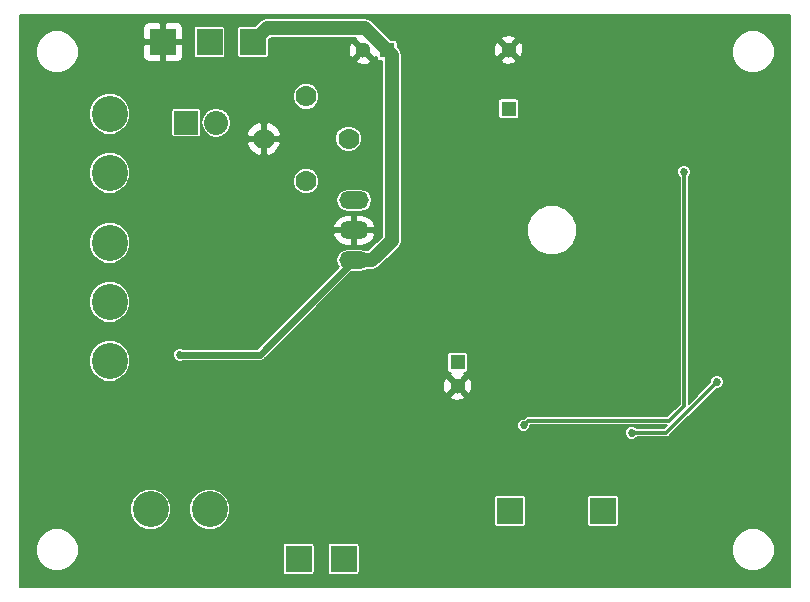
<source format=gbl>
G04 #@! TF.FileFunction,Copper,L2,Bot,Signal*
%FSLAX46Y46*%
G04 Gerber Fmt 4.6, Leading zero omitted, Abs format (unit mm)*
G04 Created by KiCad (PCBNEW 4.0.0-2.201512072331+6194~38~ubuntu14.04.1-stable) date Fri 01 Jul 2016 10:17:29 PM CEST*
%MOMM*%
G01*
G04 APERTURE LIST*
%ADD10C,0.100000*%
%ADD11C,0.685800*%
%ADD12C,1.778000*%
%ADD13R,2.235200X2.235200*%
%ADD14C,3.048000*%
%ADD15R,1.300000X1.300000*%
%ADD16C,1.300000*%
%ADD17R,2.032000X2.032000*%
%ADD18O,2.032000X2.032000*%
%ADD19O,2.499360X1.501140*%
%ADD20C,0.609600*%
%ADD21C,1.219200*%
%ADD22C,0.304800*%
%ADD23C,0.152400*%
G04 APERTURE END LIST*
D10*
D11*
X142240000Y-104140000D03*
X147320000Y-104140000D03*
X147320000Y-101600000D03*
D12*
X151093898Y-78232000D03*
X154686000Y-74639898D03*
X158278102Y-78232000D03*
X154686000Y-81824102D03*
D11*
X149860000Y-111760000D03*
X154940000Y-107950000D03*
X149860000Y-109220000D03*
X190373000Y-91440000D03*
X187960000Y-96520000D03*
X187960000Y-93980000D03*
X149860000Y-106299000D03*
X149860000Y-104140000D03*
X134620000Y-104140000D03*
X149860000Y-101600000D03*
X137160000Y-106680000D03*
X137160000Y-109220000D03*
X134620000Y-109220000D03*
D13*
X171958000Y-109728000D03*
D14*
X138049000Y-76113000D03*
X138049000Y-81113000D03*
D11*
X187960000Y-114300000D03*
X185420000Y-114300000D03*
X182880000Y-114300000D03*
X180340000Y-114300000D03*
X177800000Y-114300000D03*
X175260000Y-114300000D03*
X172720000Y-114300000D03*
X170180000Y-114300000D03*
X167640000Y-114300000D03*
X165100000Y-114300000D03*
X162560000Y-114300000D03*
X160020000Y-114300000D03*
X187960000Y-111760000D03*
X185420000Y-111760000D03*
X182880000Y-111760000D03*
X180340000Y-111760000D03*
X165100000Y-111760000D03*
X162560000Y-111760000D03*
X160020000Y-111760000D03*
X190500000Y-109220000D03*
X187960000Y-109220000D03*
X185420000Y-109220000D03*
X182880000Y-109220000D03*
X177800000Y-109220000D03*
X175260000Y-109220000D03*
X167640000Y-109220000D03*
X132080000Y-109220000D03*
X187960000Y-106680000D03*
X185420000Y-106680000D03*
X134620000Y-106680000D03*
X132080000Y-106680000D03*
X187960000Y-104140000D03*
X177800000Y-104140000D03*
X170180000Y-104140000D03*
X167640000Y-104140000D03*
X165100000Y-104140000D03*
X162560000Y-104140000D03*
X157480000Y-104140000D03*
X154940000Y-104140000D03*
X134620000Y-104140000D03*
X132080000Y-104140000D03*
X154940000Y-101600000D03*
X134620000Y-101600000D03*
X132080000Y-101600000D03*
X193040000Y-99060000D03*
X185420000Y-99060000D03*
X175260000Y-99060000D03*
X170180000Y-99060000D03*
X167640000Y-99060000D03*
X165100000Y-99060000D03*
X139700000Y-99060000D03*
X137160000Y-99060000D03*
X134620000Y-99060000D03*
X132080000Y-99060000D03*
X185420000Y-96520000D03*
X172720000Y-96520000D03*
X170180000Y-96520000D03*
X165100000Y-96520000D03*
X157480000Y-96520000D03*
X154940000Y-96520000D03*
X152400000Y-96520000D03*
X142240000Y-96520000D03*
X134620000Y-96520000D03*
X132080000Y-96520000D03*
X193040000Y-93980000D03*
X190500000Y-93980000D03*
X185420000Y-93980000D03*
X172720000Y-93980000D03*
X170180000Y-93980000D03*
X167640000Y-93980000D03*
X165100000Y-93980000D03*
X142240000Y-93980000D03*
X139700000Y-93980000D03*
X134620000Y-93980000D03*
X132080000Y-93980000D03*
X193040000Y-91440000D03*
X187960000Y-91440000D03*
X185420000Y-91440000D03*
X182880000Y-91440000D03*
X180340000Y-91440000D03*
X177800000Y-91440000D03*
X175260000Y-91440000D03*
X172720000Y-91440000D03*
X167640000Y-91440000D03*
X165100000Y-91440000D03*
X162560000Y-91440000D03*
X160020000Y-91440000D03*
X149860000Y-91440000D03*
X134620000Y-91440000D03*
X132080000Y-91440000D03*
X193040000Y-88900000D03*
X182880000Y-88900000D03*
X180340000Y-88900000D03*
X177800000Y-88900000D03*
X172720000Y-88900000D03*
X170180000Y-88900000D03*
X149860000Y-88900000D03*
X147320000Y-88900000D03*
X144780000Y-88900000D03*
X142240000Y-88900000D03*
X139700000Y-88900000D03*
X134620000Y-88900000D03*
X132080000Y-88900000D03*
X193040000Y-86360000D03*
X182880000Y-86360000D03*
X180340000Y-86360000D03*
X170180000Y-86360000D03*
X167640000Y-86360000D03*
X165100000Y-86360000D03*
X134620000Y-86360000D03*
X132080000Y-86360000D03*
X193040000Y-83820000D03*
X190500000Y-83820000D03*
X187960000Y-83820000D03*
X185420000Y-83820000D03*
X182880000Y-83820000D03*
X180340000Y-83820000D03*
X172720000Y-83820000D03*
X170180000Y-83820000D03*
X167640000Y-83820000D03*
X165100000Y-83820000D03*
X154940000Y-83820000D03*
X139700000Y-83820000D03*
X137160000Y-83820000D03*
X134620000Y-83820000D03*
X132080000Y-83820000D03*
X193040000Y-81280000D03*
X190500000Y-81280000D03*
X187960000Y-81280000D03*
X185420000Y-81280000D03*
X182880000Y-81280000D03*
X180340000Y-81280000D03*
X177800000Y-81280000D03*
X175260000Y-81280000D03*
X172720000Y-81280000D03*
X170180000Y-81280000D03*
X167640000Y-81280000D03*
X165100000Y-81280000D03*
X160020000Y-81280000D03*
X157480000Y-81280000D03*
X134620000Y-81280000D03*
X132080000Y-81280000D03*
X193040000Y-78740000D03*
X182880000Y-78740000D03*
X180340000Y-78740000D03*
X177800000Y-78740000D03*
X175260000Y-78740000D03*
X172720000Y-78740000D03*
X170180000Y-78740000D03*
X167640000Y-78740000D03*
X160020000Y-78740000D03*
X154940000Y-78740000D03*
X144780000Y-78740000D03*
X142240000Y-78740000D03*
X139700000Y-78740000D03*
X137160000Y-78740000D03*
X134620000Y-78740000D03*
X132080000Y-78740000D03*
X193040000Y-76200000D03*
X190500000Y-76200000D03*
X187960000Y-76200000D03*
X185420000Y-76200000D03*
X182880000Y-76200000D03*
X180340000Y-76200000D03*
X177800000Y-76200000D03*
X175260000Y-76200000D03*
X156591000Y-76200000D03*
X152400000Y-76200000D03*
X149860000Y-76200000D03*
X134620000Y-76200000D03*
X132080000Y-76200000D03*
X187960000Y-73660000D03*
X185420000Y-73660000D03*
X182880000Y-73660000D03*
X180340000Y-73660000D03*
X177800000Y-73660000D03*
X175260000Y-73660000D03*
X172720000Y-73660000D03*
X170180000Y-73660000D03*
X167640000Y-73660000D03*
X165100000Y-73660000D03*
X160020000Y-73660000D03*
X147320000Y-73660000D03*
X144780000Y-73660000D03*
X142240000Y-73660000D03*
X139700000Y-73660000D03*
X137160000Y-73660000D03*
X187960000Y-71120000D03*
X185420000Y-71120000D03*
X182880000Y-71120000D03*
X180340000Y-71120000D03*
X177800000Y-71120000D03*
X175260000Y-71120000D03*
X170180000Y-71120000D03*
X167640000Y-71120000D03*
X165100000Y-71120000D03*
X157480000Y-71120000D03*
X154940000Y-71120000D03*
X152400000Y-71120000D03*
X139700000Y-71120000D03*
X187960000Y-68580000D03*
X185420000Y-68580000D03*
X182880000Y-68580000D03*
X180340000Y-68580000D03*
X177800000Y-68580000D03*
X175260000Y-68580000D03*
X172720000Y-68580000D03*
X170180000Y-68580000D03*
X167640000Y-68580000D03*
X165100000Y-68580000D03*
X162560000Y-68580000D03*
X139700000Y-68580000D03*
X137160000Y-68580000D03*
D15*
X171831000Y-75692000D03*
D16*
X171831000Y-70692000D03*
D15*
X161544000Y-70739000D03*
D16*
X159544000Y-70739000D03*
D15*
X167513000Y-97155000D03*
D16*
X167513000Y-99155000D03*
D14*
X141518000Y-109601000D03*
X146518000Y-109601000D03*
D17*
X144526000Y-76860400D03*
D18*
X147066000Y-76860400D03*
D14*
X138049000Y-87035000D03*
X138049000Y-92035000D03*
X138049000Y-97035000D03*
D13*
X154051000Y-113792000D03*
X146507200Y-70053200D03*
X150164800Y-70053200D03*
X179832000Y-109728000D03*
X157861000Y-113792000D03*
X142595600Y-70053200D03*
D19*
X158750000Y-85979000D03*
X158750000Y-83439000D03*
X158750000Y-88519000D03*
D11*
X144018000Y-96520000D03*
X186690000Y-81026000D03*
X173101000Y-102489000D03*
X189484000Y-98806000D03*
X182245000Y-103124000D03*
D20*
X158750000Y-88519000D02*
X150749000Y-96520000D01*
X150749000Y-96520000D02*
X144018000Y-96520000D01*
D21*
X150164800Y-70053200D02*
X151384000Y-68834000D01*
X159639000Y-68834000D02*
X161544000Y-70739000D01*
X151384000Y-68834000D02*
X159639000Y-68834000D01*
X161544000Y-70739000D02*
X161925000Y-71120000D01*
X161925000Y-71120000D02*
X161925000Y-86868000D01*
X161925000Y-86868000D02*
X160274000Y-88519000D01*
X160274000Y-88519000D02*
X158750000Y-88519000D01*
D22*
X186690000Y-100838000D02*
X186690000Y-81026000D01*
X185420000Y-102108000D02*
X186690000Y-100838000D01*
X173482000Y-102108000D02*
X185420000Y-102108000D01*
X173101000Y-102489000D02*
X173482000Y-102108000D01*
X185166000Y-103124000D02*
X189484000Y-98806000D01*
X182245000Y-103124000D02*
X185166000Y-103124000D01*
D23*
G36*
X195657400Y-116155400D02*
X130478600Y-116155400D01*
X130478600Y-113392135D01*
X131775084Y-113392135D01*
X132052885Y-114064465D01*
X132566829Y-114579307D01*
X133238673Y-114858282D01*
X133966135Y-114858916D01*
X134638465Y-114581115D01*
X135153307Y-114067171D01*
X135432282Y-113395327D01*
X135432910Y-112674400D01*
X152700322Y-112674400D01*
X152700322Y-114909600D01*
X152716262Y-114994314D01*
X152766328Y-115072118D01*
X152842720Y-115124315D01*
X152933400Y-115142678D01*
X155168600Y-115142678D01*
X155253314Y-115126738D01*
X155331118Y-115076672D01*
X155383315Y-115000280D01*
X155401678Y-114909600D01*
X155401678Y-112674400D01*
X156510322Y-112674400D01*
X156510322Y-114909600D01*
X156526262Y-114994314D01*
X156576328Y-115072118D01*
X156652720Y-115124315D01*
X156743400Y-115142678D01*
X158978600Y-115142678D01*
X159063314Y-115126738D01*
X159141118Y-115076672D01*
X159193315Y-115000280D01*
X159211678Y-114909600D01*
X159211678Y-113392135D01*
X190703084Y-113392135D01*
X190980885Y-114064465D01*
X191494829Y-114579307D01*
X192166673Y-114858282D01*
X192894135Y-114858916D01*
X193566465Y-114581115D01*
X194081307Y-114067171D01*
X194360282Y-113395327D01*
X194360916Y-112667865D01*
X194083115Y-111995535D01*
X193569171Y-111480693D01*
X192897327Y-111201718D01*
X192169865Y-111201084D01*
X191497535Y-111478885D01*
X190982693Y-111992829D01*
X190703718Y-112664673D01*
X190703084Y-113392135D01*
X159211678Y-113392135D01*
X159211678Y-112674400D01*
X159195738Y-112589686D01*
X159145672Y-112511882D01*
X159069280Y-112459685D01*
X158978600Y-112441322D01*
X156743400Y-112441322D01*
X156658686Y-112457262D01*
X156580882Y-112507328D01*
X156528685Y-112583720D01*
X156510322Y-112674400D01*
X155401678Y-112674400D01*
X155385738Y-112589686D01*
X155335672Y-112511882D01*
X155259280Y-112459685D01*
X155168600Y-112441322D01*
X152933400Y-112441322D01*
X152848686Y-112457262D01*
X152770882Y-112507328D01*
X152718685Y-112583720D01*
X152700322Y-112674400D01*
X135432910Y-112674400D01*
X135432916Y-112667865D01*
X135155115Y-111995535D01*
X134641171Y-111480693D01*
X133969327Y-111201718D01*
X133241865Y-111201084D01*
X132569535Y-111478885D01*
X132054693Y-111992829D01*
X131775718Y-112664673D01*
X131775084Y-113392135D01*
X130478600Y-113392135D01*
X130478600Y-109948084D01*
X139765097Y-109948084D01*
X140031352Y-110592471D01*
X140523936Y-111085915D01*
X141167857Y-111353295D01*
X141865084Y-111353903D01*
X142509471Y-111087648D01*
X143002915Y-110595064D01*
X143270295Y-109951143D01*
X143270297Y-109948084D01*
X144765097Y-109948084D01*
X145031352Y-110592471D01*
X145523936Y-111085915D01*
X146167857Y-111353295D01*
X146865084Y-111353903D01*
X147509471Y-111087648D01*
X148002915Y-110595064D01*
X148270295Y-109951143D01*
X148270903Y-109253916D01*
X148005008Y-108610400D01*
X170607322Y-108610400D01*
X170607322Y-110845600D01*
X170623262Y-110930314D01*
X170673328Y-111008118D01*
X170749720Y-111060315D01*
X170840400Y-111078678D01*
X173075600Y-111078678D01*
X173160314Y-111062738D01*
X173238118Y-111012672D01*
X173290315Y-110936280D01*
X173308678Y-110845600D01*
X173308678Y-108610400D01*
X178481322Y-108610400D01*
X178481322Y-110845600D01*
X178497262Y-110930314D01*
X178547328Y-111008118D01*
X178623720Y-111060315D01*
X178714400Y-111078678D01*
X180949600Y-111078678D01*
X181034314Y-111062738D01*
X181112118Y-111012672D01*
X181164315Y-110936280D01*
X181182678Y-110845600D01*
X181182678Y-108610400D01*
X181166738Y-108525686D01*
X181116672Y-108447882D01*
X181040280Y-108395685D01*
X180949600Y-108377322D01*
X178714400Y-108377322D01*
X178629686Y-108393262D01*
X178551882Y-108443328D01*
X178499685Y-108519720D01*
X178481322Y-108610400D01*
X173308678Y-108610400D01*
X173292738Y-108525686D01*
X173242672Y-108447882D01*
X173166280Y-108395685D01*
X173075600Y-108377322D01*
X170840400Y-108377322D01*
X170755686Y-108393262D01*
X170677882Y-108443328D01*
X170625685Y-108519720D01*
X170607322Y-108610400D01*
X148005008Y-108610400D01*
X148004648Y-108609529D01*
X147512064Y-108116085D01*
X146868143Y-107848705D01*
X146170916Y-107848097D01*
X145526529Y-108114352D01*
X145033085Y-108606936D01*
X144765705Y-109250857D01*
X144765097Y-109948084D01*
X143270297Y-109948084D01*
X143270903Y-109253916D01*
X143004648Y-108609529D01*
X142512064Y-108116085D01*
X141868143Y-107848705D01*
X141170916Y-107848097D01*
X140526529Y-108114352D01*
X140033085Y-108606936D01*
X139765705Y-109250857D01*
X139765097Y-109948084D01*
X130478600Y-109948084D01*
X130478600Y-102602180D01*
X172529401Y-102602180D01*
X172616224Y-102812306D01*
X172776849Y-102973211D01*
X172986823Y-103060400D01*
X173214180Y-103060599D01*
X173424306Y-102973776D01*
X173585211Y-102813151D01*
X173672400Y-102603177D01*
X173672500Y-102489000D01*
X185262184Y-102489000D01*
X185008184Y-102743000D01*
X182672182Y-102743000D01*
X182569151Y-102639789D01*
X182359177Y-102552600D01*
X182131820Y-102552401D01*
X181921694Y-102639224D01*
X181760789Y-102799849D01*
X181673600Y-103009823D01*
X181673401Y-103237180D01*
X181760224Y-103447306D01*
X181920849Y-103608211D01*
X182130823Y-103695400D01*
X182358180Y-103695599D01*
X182568306Y-103608776D01*
X182672263Y-103505000D01*
X185166000Y-103505000D01*
X185311803Y-103475998D01*
X185435408Y-103393408D01*
X189451345Y-99377471D01*
X189597180Y-99377599D01*
X189807306Y-99290776D01*
X189968211Y-99130151D01*
X190055400Y-98920177D01*
X190055599Y-98692820D01*
X189968776Y-98482694D01*
X189808151Y-98321789D01*
X189598177Y-98234600D01*
X189370820Y-98234401D01*
X189160694Y-98321224D01*
X188999789Y-98481849D01*
X188912600Y-98691823D01*
X188912471Y-98838713D01*
X187071000Y-100680184D01*
X187071000Y-81453182D01*
X187174211Y-81350151D01*
X187261400Y-81140177D01*
X187261599Y-80912820D01*
X187174776Y-80702694D01*
X187014151Y-80541789D01*
X186804177Y-80454600D01*
X186576820Y-80454401D01*
X186366694Y-80541224D01*
X186205789Y-80701849D01*
X186118600Y-80911823D01*
X186118401Y-81139180D01*
X186205224Y-81349306D01*
X186309000Y-81453263D01*
X186309000Y-100680184D01*
X185262184Y-101727000D01*
X173482000Y-101727000D01*
X173336198Y-101756002D01*
X173212592Y-101838592D01*
X173212590Y-101838595D01*
X173133656Y-101917529D01*
X172987820Y-101917401D01*
X172777694Y-102004224D01*
X172616789Y-102164849D01*
X172529600Y-102374823D01*
X172529401Y-102602180D01*
X130478600Y-102602180D01*
X130478600Y-100057146D01*
X166862301Y-100057146D01*
X166924607Y-100267345D01*
X167395072Y-100407842D01*
X167883490Y-100357605D01*
X168101393Y-100267345D01*
X168163699Y-100057146D01*
X167513000Y-99406447D01*
X166862301Y-100057146D01*
X130478600Y-100057146D01*
X130478600Y-99037072D01*
X166260158Y-99037072D01*
X166310395Y-99525490D01*
X166400655Y-99743393D01*
X166610854Y-99805699D01*
X167261553Y-99155000D01*
X167764447Y-99155000D01*
X168415146Y-99805699D01*
X168625345Y-99743393D01*
X168765842Y-99272928D01*
X168715605Y-98784510D01*
X168625345Y-98566607D01*
X168415146Y-98504301D01*
X167764447Y-99155000D01*
X167261553Y-99155000D01*
X166610854Y-98504301D01*
X166400655Y-98566607D01*
X166260158Y-99037072D01*
X130478600Y-99037072D01*
X130478600Y-97382084D01*
X136296097Y-97382084D01*
X136562352Y-98026471D01*
X137054936Y-98519915D01*
X137698857Y-98787295D01*
X138396084Y-98787903D01*
X139040471Y-98521648D01*
X139533915Y-98029064D01*
X139801295Y-97385143D01*
X139801903Y-96687916D01*
X139779287Y-96633180D01*
X143446401Y-96633180D01*
X143533224Y-96843306D01*
X143693849Y-97004211D01*
X143903823Y-97091400D01*
X144131180Y-97091599D01*
X144223628Y-97053400D01*
X150749000Y-97053400D01*
X150953123Y-97012797D01*
X151126171Y-96897171D01*
X151518342Y-96505000D01*
X166629922Y-96505000D01*
X166629922Y-97805000D01*
X166645862Y-97889714D01*
X166695928Y-97967518D01*
X166772320Y-98019715D01*
X166863000Y-98038078D01*
X166935657Y-98038078D01*
X166924607Y-98042655D01*
X166862301Y-98252854D01*
X167513000Y-98903553D01*
X168163699Y-98252854D01*
X168101393Y-98042655D01*
X168086067Y-98038078D01*
X168163000Y-98038078D01*
X168247714Y-98022138D01*
X168325518Y-97972072D01*
X168377715Y-97895680D01*
X168396078Y-97805000D01*
X168396078Y-96505000D01*
X168380138Y-96420286D01*
X168330072Y-96342482D01*
X168253680Y-96290285D01*
X168163000Y-96271922D01*
X166863000Y-96271922D01*
X166778286Y-96287862D01*
X166700482Y-96337928D01*
X166648285Y-96414320D01*
X166629922Y-96505000D01*
X151518342Y-96505000D01*
X158525172Y-89498170D01*
X159278071Y-89498170D01*
X159652783Y-89423635D01*
X159752210Y-89357200D01*
X160274000Y-89357200D01*
X160594766Y-89293396D01*
X160866697Y-89111697D01*
X162517697Y-87460697D01*
X162699396Y-87188765D01*
X162763200Y-86868000D01*
X162763200Y-86400531D01*
X173385112Y-86400531D01*
X173708477Y-87183134D01*
X174306716Y-87782419D01*
X175088754Y-88107150D01*
X175935531Y-88107888D01*
X176718134Y-87784523D01*
X177317419Y-87186284D01*
X177642150Y-86404246D01*
X177642888Y-85557469D01*
X177319523Y-84774866D01*
X176721284Y-84175581D01*
X175939246Y-83850850D01*
X175092469Y-83850112D01*
X174309866Y-84173477D01*
X173710581Y-84771716D01*
X173385850Y-85553754D01*
X173385112Y-86400531D01*
X162763200Y-86400531D01*
X162763200Y-75042000D01*
X170947922Y-75042000D01*
X170947922Y-76342000D01*
X170963862Y-76426714D01*
X171013928Y-76504518D01*
X171090320Y-76556715D01*
X171181000Y-76575078D01*
X172481000Y-76575078D01*
X172565714Y-76559138D01*
X172643518Y-76509072D01*
X172695715Y-76432680D01*
X172714078Y-76342000D01*
X172714078Y-75042000D01*
X172698138Y-74957286D01*
X172648072Y-74879482D01*
X172571680Y-74827285D01*
X172481000Y-74808922D01*
X171181000Y-74808922D01*
X171096286Y-74824862D01*
X171018482Y-74874928D01*
X170966285Y-74951320D01*
X170947922Y-75042000D01*
X162763200Y-75042000D01*
X162763200Y-71594146D01*
X171180301Y-71594146D01*
X171242607Y-71804345D01*
X171713072Y-71944842D01*
X172201490Y-71894605D01*
X172419393Y-71804345D01*
X172481699Y-71594146D01*
X171831000Y-70943447D01*
X171180301Y-71594146D01*
X162763200Y-71594146D01*
X162763200Y-71120000D01*
X162737430Y-70990447D01*
X162699396Y-70799234D01*
X162548948Y-70574072D01*
X170578158Y-70574072D01*
X170628395Y-71062490D01*
X170718655Y-71280393D01*
X170928854Y-71342699D01*
X171579553Y-70692000D01*
X172082447Y-70692000D01*
X172733146Y-71342699D01*
X172943345Y-71280393D01*
X172958951Y-71228135D01*
X190703084Y-71228135D01*
X190980885Y-71900465D01*
X191494829Y-72415307D01*
X192166673Y-72694282D01*
X192894135Y-72694916D01*
X193566465Y-72417115D01*
X194081307Y-71903171D01*
X194360282Y-71231327D01*
X194360916Y-70503865D01*
X194083115Y-69831535D01*
X193569171Y-69316693D01*
X192897327Y-69037718D01*
X192169865Y-69037084D01*
X191497535Y-69314885D01*
X190982693Y-69828829D01*
X190703718Y-70500673D01*
X190703084Y-71228135D01*
X172958951Y-71228135D01*
X173083842Y-70809928D01*
X173033605Y-70321510D01*
X172943345Y-70103607D01*
X172733146Y-70041301D01*
X172082447Y-70692000D01*
X171579553Y-70692000D01*
X170928854Y-70041301D01*
X170718655Y-70103607D01*
X170578158Y-70574072D01*
X162548948Y-70574072D01*
X162517697Y-70527303D01*
X162427078Y-70436684D01*
X162427078Y-70089000D01*
X162411138Y-70004286D01*
X162361072Y-69926482D01*
X162284680Y-69874285D01*
X162194000Y-69855922D01*
X161846316Y-69855922D01*
X161780248Y-69789854D01*
X171180301Y-69789854D01*
X171831000Y-70440553D01*
X172481699Y-69789854D01*
X172419393Y-69579655D01*
X171948928Y-69439158D01*
X171460510Y-69489395D01*
X171242607Y-69579655D01*
X171180301Y-69789854D01*
X161780248Y-69789854D01*
X160231697Y-68241303D01*
X159959766Y-68059604D01*
X159639000Y-67995800D01*
X151384000Y-67995800D01*
X151063234Y-68059604D01*
X150791303Y-68241303D01*
X150330084Y-68702522D01*
X149047200Y-68702522D01*
X148962486Y-68718462D01*
X148884682Y-68768528D01*
X148832485Y-68844920D01*
X148814122Y-68935600D01*
X148814122Y-71170800D01*
X148830062Y-71255514D01*
X148880128Y-71333318D01*
X148956520Y-71385515D01*
X149047200Y-71403878D01*
X151282400Y-71403878D01*
X151367114Y-71387938D01*
X151444918Y-71337872D01*
X151497115Y-71261480D01*
X151515478Y-71170800D01*
X151515478Y-70621072D01*
X158291158Y-70621072D01*
X158341395Y-71109490D01*
X158431655Y-71327393D01*
X158641854Y-71389699D01*
X159292553Y-70739000D01*
X158641854Y-70088301D01*
X158431655Y-70150607D01*
X158291158Y-70621072D01*
X151515478Y-70621072D01*
X151515478Y-69887916D01*
X151731194Y-69672200D01*
X158942107Y-69672200D01*
X158893301Y-69836854D01*
X159544000Y-70487553D01*
X159558143Y-70473411D01*
X159809590Y-70724858D01*
X159795447Y-70739000D01*
X160446146Y-71389699D01*
X160656345Y-71327393D01*
X160660922Y-71312067D01*
X160660922Y-71389000D01*
X160676862Y-71473714D01*
X160726928Y-71551518D01*
X160803320Y-71603715D01*
X160894000Y-71622078D01*
X161086800Y-71622078D01*
X161086800Y-86520806D01*
X159926806Y-87680800D01*
X159752210Y-87680800D01*
X159652783Y-87614365D01*
X159278071Y-87539830D01*
X158221929Y-87539830D01*
X157847217Y-87614365D01*
X157529551Y-87826622D01*
X157317294Y-88144288D01*
X157242759Y-88519000D01*
X157317294Y-88893712D01*
X157438920Y-89075738D01*
X150528058Y-95986600D01*
X144223691Y-95986600D01*
X144132177Y-95948600D01*
X143904820Y-95948401D01*
X143694694Y-96035224D01*
X143533789Y-96195849D01*
X143446600Y-96405823D01*
X143446401Y-96633180D01*
X139779287Y-96633180D01*
X139535648Y-96043529D01*
X139043064Y-95550085D01*
X138399143Y-95282705D01*
X137701916Y-95282097D01*
X137057529Y-95548352D01*
X136564085Y-96040936D01*
X136296705Y-96684857D01*
X136296097Y-97382084D01*
X130478600Y-97382084D01*
X130478600Y-92382084D01*
X136296097Y-92382084D01*
X136562352Y-93026471D01*
X137054936Y-93519915D01*
X137698857Y-93787295D01*
X138396084Y-93787903D01*
X139040471Y-93521648D01*
X139533915Y-93029064D01*
X139801295Y-92385143D01*
X139801903Y-91687916D01*
X139535648Y-91043529D01*
X139043064Y-90550085D01*
X138399143Y-90282705D01*
X137701916Y-90282097D01*
X137057529Y-90548352D01*
X136564085Y-91040936D01*
X136296705Y-91684857D01*
X136296097Y-92382084D01*
X130478600Y-92382084D01*
X130478600Y-87382084D01*
X136296097Y-87382084D01*
X136562352Y-88026471D01*
X137054936Y-88519915D01*
X137698857Y-88787295D01*
X138396084Y-88787903D01*
X139040471Y-88521648D01*
X139533915Y-88029064D01*
X139801295Y-87385143D01*
X139801903Y-86687916D01*
X139667054Y-86361554D01*
X156972116Y-86361554D01*
X157181341Y-86797102D01*
X157575830Y-87144126D01*
X158073090Y-87313770D01*
X158572200Y-87313770D01*
X158572200Y-86156800D01*
X158927800Y-86156800D01*
X158927800Y-87313770D01*
X159426910Y-87313770D01*
X159924170Y-87144126D01*
X160318659Y-86797102D01*
X160527884Y-86361554D01*
X160424458Y-86156800D01*
X158927800Y-86156800D01*
X158572200Y-86156800D01*
X157075542Y-86156800D01*
X156972116Y-86361554D01*
X139667054Y-86361554D01*
X139535648Y-86043529D01*
X139089345Y-85596446D01*
X156972116Y-85596446D01*
X157075542Y-85801200D01*
X158572200Y-85801200D01*
X158572200Y-84644230D01*
X158927800Y-84644230D01*
X158927800Y-85801200D01*
X160424458Y-85801200D01*
X160527884Y-85596446D01*
X160318659Y-85160898D01*
X159924170Y-84813874D01*
X159426910Y-84644230D01*
X158927800Y-84644230D01*
X158572200Y-84644230D01*
X158073090Y-84644230D01*
X157575830Y-84813874D01*
X157181341Y-85160898D01*
X156972116Y-85596446D01*
X139089345Y-85596446D01*
X139043064Y-85550085D01*
X138399143Y-85282705D01*
X137701916Y-85282097D01*
X137057529Y-85548352D01*
X136564085Y-86040936D01*
X136296705Y-86684857D01*
X136296097Y-87382084D01*
X130478600Y-87382084D01*
X130478600Y-83439000D01*
X157242759Y-83439000D01*
X157317294Y-83813712D01*
X157529551Y-84131378D01*
X157847217Y-84343635D01*
X158221929Y-84418170D01*
X159278071Y-84418170D01*
X159652783Y-84343635D01*
X159970449Y-84131378D01*
X160182706Y-83813712D01*
X160257241Y-83439000D01*
X160182706Y-83064288D01*
X159970449Y-82746622D01*
X159652783Y-82534365D01*
X159278071Y-82459830D01*
X158221929Y-82459830D01*
X157847217Y-82534365D01*
X157529551Y-82746622D01*
X157317294Y-83064288D01*
X157242759Y-83439000D01*
X130478600Y-83439000D01*
X130478600Y-81460084D01*
X136296097Y-81460084D01*
X136562352Y-82104471D01*
X137054936Y-82597915D01*
X137698857Y-82865295D01*
X138396084Y-82865903D01*
X139040471Y-82599648D01*
X139533915Y-82107064D01*
X139559507Y-82045431D01*
X153568207Y-82045431D01*
X153737992Y-82456344D01*
X154052104Y-82771005D01*
X154462720Y-82941508D01*
X154907329Y-82941895D01*
X155318242Y-82772110D01*
X155632903Y-82457998D01*
X155803406Y-82047382D01*
X155803793Y-81602773D01*
X155634008Y-81191860D01*
X155319896Y-80877199D01*
X154909280Y-80706696D01*
X154464671Y-80706309D01*
X154053758Y-80876094D01*
X153739097Y-81190206D01*
X153568594Y-81600822D01*
X153568207Y-82045431D01*
X139559507Y-82045431D01*
X139801295Y-81463143D01*
X139801903Y-80765916D01*
X139535648Y-80121529D01*
X139043064Y-79628085D01*
X138399143Y-79360705D01*
X137701916Y-79360097D01*
X137057529Y-79626352D01*
X136564085Y-80118936D01*
X136296705Y-80762857D01*
X136296097Y-81460084D01*
X130478600Y-81460084D01*
X130478600Y-78640933D01*
X149648573Y-78640933D01*
X149915084Y-79162907D01*
X150361059Y-79543159D01*
X150684965Y-79677325D01*
X150916098Y-79576305D01*
X150916098Y-78409800D01*
X151271698Y-78409800D01*
X151271698Y-79576305D01*
X151502831Y-79677325D01*
X152024805Y-79410814D01*
X152405057Y-78964839D01*
X152539223Y-78640933D01*
X152457228Y-78453329D01*
X157160309Y-78453329D01*
X157330094Y-78864242D01*
X157644206Y-79178903D01*
X158054822Y-79349406D01*
X158499431Y-79349793D01*
X158910344Y-79180008D01*
X159225005Y-78865896D01*
X159395508Y-78455280D01*
X159395895Y-78010671D01*
X159226110Y-77599758D01*
X158911998Y-77285097D01*
X158501382Y-77114594D01*
X158056773Y-77114207D01*
X157645860Y-77283992D01*
X157331199Y-77598104D01*
X157160696Y-78008720D01*
X157160309Y-78453329D01*
X152457228Y-78453329D01*
X152438203Y-78409800D01*
X151271698Y-78409800D01*
X150916098Y-78409800D01*
X149749593Y-78409800D01*
X149648573Y-78640933D01*
X130478600Y-78640933D01*
X130478600Y-76460084D01*
X136296097Y-76460084D01*
X136562352Y-77104471D01*
X137054936Y-77597915D01*
X137698857Y-77865295D01*
X138396084Y-77865903D01*
X139040471Y-77599648D01*
X139533915Y-77107064D01*
X139801295Y-76463143D01*
X139801834Y-75844400D01*
X143276922Y-75844400D01*
X143276922Y-77876400D01*
X143292862Y-77961114D01*
X143342928Y-78038918D01*
X143419320Y-78091115D01*
X143510000Y-78109478D01*
X145542000Y-78109478D01*
X145626714Y-78093538D01*
X145704518Y-78043472D01*
X145756715Y-77967080D01*
X145775078Y-77876400D01*
X145775078Y-76836017D01*
X145821400Y-76836017D01*
X145821400Y-76884783D01*
X145916140Y-77361071D01*
X146185935Y-77764848D01*
X146589712Y-78034643D01*
X147066000Y-78129383D01*
X147542288Y-78034643D01*
X147858934Y-77823067D01*
X149648573Y-77823067D01*
X149749593Y-78054200D01*
X150916098Y-78054200D01*
X150916098Y-76887695D01*
X151271698Y-76887695D01*
X151271698Y-78054200D01*
X152438203Y-78054200D01*
X152539223Y-77823067D01*
X152272712Y-77301093D01*
X151826737Y-76920841D01*
X151502831Y-76786675D01*
X151271698Y-76887695D01*
X150916098Y-76887695D01*
X150684965Y-76786675D01*
X150162991Y-77053186D01*
X149782739Y-77499161D01*
X149648573Y-77823067D01*
X147858934Y-77823067D01*
X147946065Y-77764848D01*
X148215860Y-77361071D01*
X148310600Y-76884783D01*
X148310600Y-76836017D01*
X148215860Y-76359729D01*
X147946065Y-75955952D01*
X147542288Y-75686157D01*
X147066000Y-75591417D01*
X146589712Y-75686157D01*
X146185935Y-75955952D01*
X145916140Y-76359729D01*
X145821400Y-76836017D01*
X145775078Y-76836017D01*
X145775078Y-75844400D01*
X145759138Y-75759686D01*
X145709072Y-75681882D01*
X145632680Y-75629685D01*
X145542000Y-75611322D01*
X143510000Y-75611322D01*
X143425286Y-75627262D01*
X143347482Y-75677328D01*
X143295285Y-75753720D01*
X143276922Y-75844400D01*
X139801834Y-75844400D01*
X139801903Y-75765916D01*
X139535648Y-75121529D01*
X139275800Y-74861227D01*
X153568207Y-74861227D01*
X153737992Y-75272140D01*
X154052104Y-75586801D01*
X154462720Y-75757304D01*
X154907329Y-75757691D01*
X155318242Y-75587906D01*
X155632903Y-75273794D01*
X155803406Y-74863178D01*
X155803793Y-74418569D01*
X155634008Y-74007656D01*
X155319896Y-73692995D01*
X154909280Y-73522492D01*
X154464671Y-73522105D01*
X154053758Y-73691890D01*
X153739097Y-74006002D01*
X153568594Y-74416618D01*
X153568207Y-74861227D01*
X139275800Y-74861227D01*
X139043064Y-74628085D01*
X138399143Y-74360705D01*
X137701916Y-74360097D01*
X137057529Y-74626352D01*
X136564085Y-75118936D01*
X136296705Y-75762857D01*
X136296097Y-76460084D01*
X130478600Y-76460084D01*
X130478600Y-71228135D01*
X131775084Y-71228135D01*
X132052885Y-71900465D01*
X132566829Y-72415307D01*
X133238673Y-72694282D01*
X133966135Y-72694916D01*
X134638465Y-72417115D01*
X135153307Y-71903171D01*
X135432282Y-71231327D01*
X135432916Y-70503865D01*
X135380518Y-70377050D01*
X140893800Y-70377050D01*
X140893800Y-71287004D01*
X140982739Y-71501722D01*
X141147077Y-71666061D01*
X141361795Y-71755000D01*
X142271750Y-71755000D01*
X142417800Y-71608950D01*
X142417800Y-70231000D01*
X142773400Y-70231000D01*
X142773400Y-71608950D01*
X142919450Y-71755000D01*
X143829405Y-71755000D01*
X144044123Y-71666061D01*
X144069037Y-71641146D01*
X158893301Y-71641146D01*
X158955607Y-71851345D01*
X159426072Y-71991842D01*
X159914490Y-71941605D01*
X160132393Y-71851345D01*
X160194699Y-71641146D01*
X159544000Y-70990447D01*
X158893301Y-71641146D01*
X144069037Y-71641146D01*
X144208461Y-71501722D01*
X144297400Y-71287004D01*
X144297400Y-70377050D01*
X144151350Y-70231000D01*
X142773400Y-70231000D01*
X142417800Y-70231000D01*
X141039850Y-70231000D01*
X140893800Y-70377050D01*
X135380518Y-70377050D01*
X135155115Y-69831535D01*
X134641171Y-69316693D01*
X133969327Y-69037718D01*
X133241865Y-69037084D01*
X132569535Y-69314885D01*
X132054693Y-69828829D01*
X131775718Y-70500673D01*
X131775084Y-71228135D01*
X130478600Y-71228135D01*
X130478600Y-68819396D01*
X140893800Y-68819396D01*
X140893800Y-69729350D01*
X141039850Y-69875400D01*
X142417800Y-69875400D01*
X142417800Y-68497450D01*
X142773400Y-68497450D01*
X142773400Y-69875400D01*
X144151350Y-69875400D01*
X144297400Y-69729350D01*
X144297400Y-68935600D01*
X145156522Y-68935600D01*
X145156522Y-71170800D01*
X145172462Y-71255514D01*
X145222528Y-71333318D01*
X145298920Y-71385515D01*
X145389600Y-71403878D01*
X147624800Y-71403878D01*
X147709514Y-71387938D01*
X147787318Y-71337872D01*
X147839515Y-71261480D01*
X147857878Y-71170800D01*
X147857878Y-68935600D01*
X147841938Y-68850886D01*
X147791872Y-68773082D01*
X147715480Y-68720885D01*
X147624800Y-68702522D01*
X145389600Y-68702522D01*
X145304886Y-68718462D01*
X145227082Y-68768528D01*
X145174885Y-68844920D01*
X145156522Y-68935600D01*
X144297400Y-68935600D01*
X144297400Y-68819396D01*
X144208461Y-68604678D01*
X144044123Y-68440339D01*
X143829405Y-68351400D01*
X142919450Y-68351400D01*
X142773400Y-68497450D01*
X142417800Y-68497450D01*
X142271750Y-68351400D01*
X141361795Y-68351400D01*
X141147077Y-68440339D01*
X140982739Y-68604678D01*
X140893800Y-68819396D01*
X130478600Y-68819396D01*
X130478600Y-67740600D01*
X195657400Y-67740600D01*
X195657400Y-116155400D01*
X195657400Y-116155400D01*
G37*
X195657400Y-116155400D02*
X130478600Y-116155400D01*
X130478600Y-113392135D01*
X131775084Y-113392135D01*
X132052885Y-114064465D01*
X132566829Y-114579307D01*
X133238673Y-114858282D01*
X133966135Y-114858916D01*
X134638465Y-114581115D01*
X135153307Y-114067171D01*
X135432282Y-113395327D01*
X135432910Y-112674400D01*
X152700322Y-112674400D01*
X152700322Y-114909600D01*
X152716262Y-114994314D01*
X152766328Y-115072118D01*
X152842720Y-115124315D01*
X152933400Y-115142678D01*
X155168600Y-115142678D01*
X155253314Y-115126738D01*
X155331118Y-115076672D01*
X155383315Y-115000280D01*
X155401678Y-114909600D01*
X155401678Y-112674400D01*
X156510322Y-112674400D01*
X156510322Y-114909600D01*
X156526262Y-114994314D01*
X156576328Y-115072118D01*
X156652720Y-115124315D01*
X156743400Y-115142678D01*
X158978600Y-115142678D01*
X159063314Y-115126738D01*
X159141118Y-115076672D01*
X159193315Y-115000280D01*
X159211678Y-114909600D01*
X159211678Y-113392135D01*
X190703084Y-113392135D01*
X190980885Y-114064465D01*
X191494829Y-114579307D01*
X192166673Y-114858282D01*
X192894135Y-114858916D01*
X193566465Y-114581115D01*
X194081307Y-114067171D01*
X194360282Y-113395327D01*
X194360916Y-112667865D01*
X194083115Y-111995535D01*
X193569171Y-111480693D01*
X192897327Y-111201718D01*
X192169865Y-111201084D01*
X191497535Y-111478885D01*
X190982693Y-111992829D01*
X190703718Y-112664673D01*
X190703084Y-113392135D01*
X159211678Y-113392135D01*
X159211678Y-112674400D01*
X159195738Y-112589686D01*
X159145672Y-112511882D01*
X159069280Y-112459685D01*
X158978600Y-112441322D01*
X156743400Y-112441322D01*
X156658686Y-112457262D01*
X156580882Y-112507328D01*
X156528685Y-112583720D01*
X156510322Y-112674400D01*
X155401678Y-112674400D01*
X155385738Y-112589686D01*
X155335672Y-112511882D01*
X155259280Y-112459685D01*
X155168600Y-112441322D01*
X152933400Y-112441322D01*
X152848686Y-112457262D01*
X152770882Y-112507328D01*
X152718685Y-112583720D01*
X152700322Y-112674400D01*
X135432910Y-112674400D01*
X135432916Y-112667865D01*
X135155115Y-111995535D01*
X134641171Y-111480693D01*
X133969327Y-111201718D01*
X133241865Y-111201084D01*
X132569535Y-111478885D01*
X132054693Y-111992829D01*
X131775718Y-112664673D01*
X131775084Y-113392135D01*
X130478600Y-113392135D01*
X130478600Y-109948084D01*
X139765097Y-109948084D01*
X140031352Y-110592471D01*
X140523936Y-111085915D01*
X141167857Y-111353295D01*
X141865084Y-111353903D01*
X142509471Y-111087648D01*
X143002915Y-110595064D01*
X143270295Y-109951143D01*
X143270297Y-109948084D01*
X144765097Y-109948084D01*
X145031352Y-110592471D01*
X145523936Y-111085915D01*
X146167857Y-111353295D01*
X146865084Y-111353903D01*
X147509471Y-111087648D01*
X148002915Y-110595064D01*
X148270295Y-109951143D01*
X148270903Y-109253916D01*
X148005008Y-108610400D01*
X170607322Y-108610400D01*
X170607322Y-110845600D01*
X170623262Y-110930314D01*
X170673328Y-111008118D01*
X170749720Y-111060315D01*
X170840400Y-111078678D01*
X173075600Y-111078678D01*
X173160314Y-111062738D01*
X173238118Y-111012672D01*
X173290315Y-110936280D01*
X173308678Y-110845600D01*
X173308678Y-108610400D01*
X178481322Y-108610400D01*
X178481322Y-110845600D01*
X178497262Y-110930314D01*
X178547328Y-111008118D01*
X178623720Y-111060315D01*
X178714400Y-111078678D01*
X180949600Y-111078678D01*
X181034314Y-111062738D01*
X181112118Y-111012672D01*
X181164315Y-110936280D01*
X181182678Y-110845600D01*
X181182678Y-108610400D01*
X181166738Y-108525686D01*
X181116672Y-108447882D01*
X181040280Y-108395685D01*
X180949600Y-108377322D01*
X178714400Y-108377322D01*
X178629686Y-108393262D01*
X178551882Y-108443328D01*
X178499685Y-108519720D01*
X178481322Y-108610400D01*
X173308678Y-108610400D01*
X173292738Y-108525686D01*
X173242672Y-108447882D01*
X173166280Y-108395685D01*
X173075600Y-108377322D01*
X170840400Y-108377322D01*
X170755686Y-108393262D01*
X170677882Y-108443328D01*
X170625685Y-108519720D01*
X170607322Y-108610400D01*
X148005008Y-108610400D01*
X148004648Y-108609529D01*
X147512064Y-108116085D01*
X146868143Y-107848705D01*
X146170916Y-107848097D01*
X145526529Y-108114352D01*
X145033085Y-108606936D01*
X144765705Y-109250857D01*
X144765097Y-109948084D01*
X143270297Y-109948084D01*
X143270903Y-109253916D01*
X143004648Y-108609529D01*
X142512064Y-108116085D01*
X141868143Y-107848705D01*
X141170916Y-107848097D01*
X140526529Y-108114352D01*
X140033085Y-108606936D01*
X139765705Y-109250857D01*
X139765097Y-109948084D01*
X130478600Y-109948084D01*
X130478600Y-102602180D01*
X172529401Y-102602180D01*
X172616224Y-102812306D01*
X172776849Y-102973211D01*
X172986823Y-103060400D01*
X173214180Y-103060599D01*
X173424306Y-102973776D01*
X173585211Y-102813151D01*
X173672400Y-102603177D01*
X173672500Y-102489000D01*
X185262184Y-102489000D01*
X185008184Y-102743000D01*
X182672182Y-102743000D01*
X182569151Y-102639789D01*
X182359177Y-102552600D01*
X182131820Y-102552401D01*
X181921694Y-102639224D01*
X181760789Y-102799849D01*
X181673600Y-103009823D01*
X181673401Y-103237180D01*
X181760224Y-103447306D01*
X181920849Y-103608211D01*
X182130823Y-103695400D01*
X182358180Y-103695599D01*
X182568306Y-103608776D01*
X182672263Y-103505000D01*
X185166000Y-103505000D01*
X185311803Y-103475998D01*
X185435408Y-103393408D01*
X189451345Y-99377471D01*
X189597180Y-99377599D01*
X189807306Y-99290776D01*
X189968211Y-99130151D01*
X190055400Y-98920177D01*
X190055599Y-98692820D01*
X189968776Y-98482694D01*
X189808151Y-98321789D01*
X189598177Y-98234600D01*
X189370820Y-98234401D01*
X189160694Y-98321224D01*
X188999789Y-98481849D01*
X188912600Y-98691823D01*
X188912471Y-98838713D01*
X187071000Y-100680184D01*
X187071000Y-81453182D01*
X187174211Y-81350151D01*
X187261400Y-81140177D01*
X187261599Y-80912820D01*
X187174776Y-80702694D01*
X187014151Y-80541789D01*
X186804177Y-80454600D01*
X186576820Y-80454401D01*
X186366694Y-80541224D01*
X186205789Y-80701849D01*
X186118600Y-80911823D01*
X186118401Y-81139180D01*
X186205224Y-81349306D01*
X186309000Y-81453263D01*
X186309000Y-100680184D01*
X185262184Y-101727000D01*
X173482000Y-101727000D01*
X173336198Y-101756002D01*
X173212592Y-101838592D01*
X173212590Y-101838595D01*
X173133656Y-101917529D01*
X172987820Y-101917401D01*
X172777694Y-102004224D01*
X172616789Y-102164849D01*
X172529600Y-102374823D01*
X172529401Y-102602180D01*
X130478600Y-102602180D01*
X130478600Y-100057146D01*
X166862301Y-100057146D01*
X166924607Y-100267345D01*
X167395072Y-100407842D01*
X167883490Y-100357605D01*
X168101393Y-100267345D01*
X168163699Y-100057146D01*
X167513000Y-99406447D01*
X166862301Y-100057146D01*
X130478600Y-100057146D01*
X130478600Y-99037072D01*
X166260158Y-99037072D01*
X166310395Y-99525490D01*
X166400655Y-99743393D01*
X166610854Y-99805699D01*
X167261553Y-99155000D01*
X167764447Y-99155000D01*
X168415146Y-99805699D01*
X168625345Y-99743393D01*
X168765842Y-99272928D01*
X168715605Y-98784510D01*
X168625345Y-98566607D01*
X168415146Y-98504301D01*
X167764447Y-99155000D01*
X167261553Y-99155000D01*
X166610854Y-98504301D01*
X166400655Y-98566607D01*
X166260158Y-99037072D01*
X130478600Y-99037072D01*
X130478600Y-97382084D01*
X136296097Y-97382084D01*
X136562352Y-98026471D01*
X137054936Y-98519915D01*
X137698857Y-98787295D01*
X138396084Y-98787903D01*
X139040471Y-98521648D01*
X139533915Y-98029064D01*
X139801295Y-97385143D01*
X139801903Y-96687916D01*
X139779287Y-96633180D01*
X143446401Y-96633180D01*
X143533224Y-96843306D01*
X143693849Y-97004211D01*
X143903823Y-97091400D01*
X144131180Y-97091599D01*
X144223628Y-97053400D01*
X150749000Y-97053400D01*
X150953123Y-97012797D01*
X151126171Y-96897171D01*
X151518342Y-96505000D01*
X166629922Y-96505000D01*
X166629922Y-97805000D01*
X166645862Y-97889714D01*
X166695928Y-97967518D01*
X166772320Y-98019715D01*
X166863000Y-98038078D01*
X166935657Y-98038078D01*
X166924607Y-98042655D01*
X166862301Y-98252854D01*
X167513000Y-98903553D01*
X168163699Y-98252854D01*
X168101393Y-98042655D01*
X168086067Y-98038078D01*
X168163000Y-98038078D01*
X168247714Y-98022138D01*
X168325518Y-97972072D01*
X168377715Y-97895680D01*
X168396078Y-97805000D01*
X168396078Y-96505000D01*
X168380138Y-96420286D01*
X168330072Y-96342482D01*
X168253680Y-96290285D01*
X168163000Y-96271922D01*
X166863000Y-96271922D01*
X166778286Y-96287862D01*
X166700482Y-96337928D01*
X166648285Y-96414320D01*
X166629922Y-96505000D01*
X151518342Y-96505000D01*
X158525172Y-89498170D01*
X159278071Y-89498170D01*
X159652783Y-89423635D01*
X159752210Y-89357200D01*
X160274000Y-89357200D01*
X160594766Y-89293396D01*
X160866697Y-89111697D01*
X162517697Y-87460697D01*
X162699396Y-87188765D01*
X162763200Y-86868000D01*
X162763200Y-86400531D01*
X173385112Y-86400531D01*
X173708477Y-87183134D01*
X174306716Y-87782419D01*
X175088754Y-88107150D01*
X175935531Y-88107888D01*
X176718134Y-87784523D01*
X177317419Y-87186284D01*
X177642150Y-86404246D01*
X177642888Y-85557469D01*
X177319523Y-84774866D01*
X176721284Y-84175581D01*
X175939246Y-83850850D01*
X175092469Y-83850112D01*
X174309866Y-84173477D01*
X173710581Y-84771716D01*
X173385850Y-85553754D01*
X173385112Y-86400531D01*
X162763200Y-86400531D01*
X162763200Y-75042000D01*
X170947922Y-75042000D01*
X170947922Y-76342000D01*
X170963862Y-76426714D01*
X171013928Y-76504518D01*
X171090320Y-76556715D01*
X171181000Y-76575078D01*
X172481000Y-76575078D01*
X172565714Y-76559138D01*
X172643518Y-76509072D01*
X172695715Y-76432680D01*
X172714078Y-76342000D01*
X172714078Y-75042000D01*
X172698138Y-74957286D01*
X172648072Y-74879482D01*
X172571680Y-74827285D01*
X172481000Y-74808922D01*
X171181000Y-74808922D01*
X171096286Y-74824862D01*
X171018482Y-74874928D01*
X170966285Y-74951320D01*
X170947922Y-75042000D01*
X162763200Y-75042000D01*
X162763200Y-71594146D01*
X171180301Y-71594146D01*
X171242607Y-71804345D01*
X171713072Y-71944842D01*
X172201490Y-71894605D01*
X172419393Y-71804345D01*
X172481699Y-71594146D01*
X171831000Y-70943447D01*
X171180301Y-71594146D01*
X162763200Y-71594146D01*
X162763200Y-71120000D01*
X162737430Y-70990447D01*
X162699396Y-70799234D01*
X162548948Y-70574072D01*
X170578158Y-70574072D01*
X170628395Y-71062490D01*
X170718655Y-71280393D01*
X170928854Y-71342699D01*
X171579553Y-70692000D01*
X172082447Y-70692000D01*
X172733146Y-71342699D01*
X172943345Y-71280393D01*
X172958951Y-71228135D01*
X190703084Y-71228135D01*
X190980885Y-71900465D01*
X191494829Y-72415307D01*
X192166673Y-72694282D01*
X192894135Y-72694916D01*
X193566465Y-72417115D01*
X194081307Y-71903171D01*
X194360282Y-71231327D01*
X194360916Y-70503865D01*
X194083115Y-69831535D01*
X193569171Y-69316693D01*
X192897327Y-69037718D01*
X192169865Y-69037084D01*
X191497535Y-69314885D01*
X190982693Y-69828829D01*
X190703718Y-70500673D01*
X190703084Y-71228135D01*
X172958951Y-71228135D01*
X173083842Y-70809928D01*
X173033605Y-70321510D01*
X172943345Y-70103607D01*
X172733146Y-70041301D01*
X172082447Y-70692000D01*
X171579553Y-70692000D01*
X170928854Y-70041301D01*
X170718655Y-70103607D01*
X170578158Y-70574072D01*
X162548948Y-70574072D01*
X162517697Y-70527303D01*
X162427078Y-70436684D01*
X162427078Y-70089000D01*
X162411138Y-70004286D01*
X162361072Y-69926482D01*
X162284680Y-69874285D01*
X162194000Y-69855922D01*
X161846316Y-69855922D01*
X161780248Y-69789854D01*
X171180301Y-69789854D01*
X171831000Y-70440553D01*
X172481699Y-69789854D01*
X172419393Y-69579655D01*
X171948928Y-69439158D01*
X171460510Y-69489395D01*
X171242607Y-69579655D01*
X171180301Y-69789854D01*
X161780248Y-69789854D01*
X160231697Y-68241303D01*
X159959766Y-68059604D01*
X159639000Y-67995800D01*
X151384000Y-67995800D01*
X151063234Y-68059604D01*
X150791303Y-68241303D01*
X150330084Y-68702522D01*
X149047200Y-68702522D01*
X148962486Y-68718462D01*
X148884682Y-68768528D01*
X148832485Y-68844920D01*
X148814122Y-68935600D01*
X148814122Y-71170800D01*
X148830062Y-71255514D01*
X148880128Y-71333318D01*
X148956520Y-71385515D01*
X149047200Y-71403878D01*
X151282400Y-71403878D01*
X151367114Y-71387938D01*
X151444918Y-71337872D01*
X151497115Y-71261480D01*
X151515478Y-71170800D01*
X151515478Y-70621072D01*
X158291158Y-70621072D01*
X158341395Y-71109490D01*
X158431655Y-71327393D01*
X158641854Y-71389699D01*
X159292553Y-70739000D01*
X158641854Y-70088301D01*
X158431655Y-70150607D01*
X158291158Y-70621072D01*
X151515478Y-70621072D01*
X151515478Y-69887916D01*
X151731194Y-69672200D01*
X158942107Y-69672200D01*
X158893301Y-69836854D01*
X159544000Y-70487553D01*
X159558143Y-70473411D01*
X159809590Y-70724858D01*
X159795447Y-70739000D01*
X160446146Y-71389699D01*
X160656345Y-71327393D01*
X160660922Y-71312067D01*
X160660922Y-71389000D01*
X160676862Y-71473714D01*
X160726928Y-71551518D01*
X160803320Y-71603715D01*
X160894000Y-71622078D01*
X161086800Y-71622078D01*
X161086800Y-86520806D01*
X159926806Y-87680800D01*
X159752210Y-87680800D01*
X159652783Y-87614365D01*
X159278071Y-87539830D01*
X158221929Y-87539830D01*
X157847217Y-87614365D01*
X157529551Y-87826622D01*
X157317294Y-88144288D01*
X157242759Y-88519000D01*
X157317294Y-88893712D01*
X157438920Y-89075738D01*
X150528058Y-95986600D01*
X144223691Y-95986600D01*
X144132177Y-95948600D01*
X143904820Y-95948401D01*
X143694694Y-96035224D01*
X143533789Y-96195849D01*
X143446600Y-96405823D01*
X143446401Y-96633180D01*
X139779287Y-96633180D01*
X139535648Y-96043529D01*
X139043064Y-95550085D01*
X138399143Y-95282705D01*
X137701916Y-95282097D01*
X137057529Y-95548352D01*
X136564085Y-96040936D01*
X136296705Y-96684857D01*
X136296097Y-97382084D01*
X130478600Y-97382084D01*
X130478600Y-92382084D01*
X136296097Y-92382084D01*
X136562352Y-93026471D01*
X137054936Y-93519915D01*
X137698857Y-93787295D01*
X138396084Y-93787903D01*
X139040471Y-93521648D01*
X139533915Y-93029064D01*
X139801295Y-92385143D01*
X139801903Y-91687916D01*
X139535648Y-91043529D01*
X139043064Y-90550085D01*
X138399143Y-90282705D01*
X137701916Y-90282097D01*
X137057529Y-90548352D01*
X136564085Y-91040936D01*
X136296705Y-91684857D01*
X136296097Y-92382084D01*
X130478600Y-92382084D01*
X130478600Y-87382084D01*
X136296097Y-87382084D01*
X136562352Y-88026471D01*
X137054936Y-88519915D01*
X137698857Y-88787295D01*
X138396084Y-88787903D01*
X139040471Y-88521648D01*
X139533915Y-88029064D01*
X139801295Y-87385143D01*
X139801903Y-86687916D01*
X139667054Y-86361554D01*
X156972116Y-86361554D01*
X157181341Y-86797102D01*
X157575830Y-87144126D01*
X158073090Y-87313770D01*
X158572200Y-87313770D01*
X158572200Y-86156800D01*
X158927800Y-86156800D01*
X158927800Y-87313770D01*
X159426910Y-87313770D01*
X159924170Y-87144126D01*
X160318659Y-86797102D01*
X160527884Y-86361554D01*
X160424458Y-86156800D01*
X158927800Y-86156800D01*
X158572200Y-86156800D01*
X157075542Y-86156800D01*
X156972116Y-86361554D01*
X139667054Y-86361554D01*
X139535648Y-86043529D01*
X139089345Y-85596446D01*
X156972116Y-85596446D01*
X157075542Y-85801200D01*
X158572200Y-85801200D01*
X158572200Y-84644230D01*
X158927800Y-84644230D01*
X158927800Y-85801200D01*
X160424458Y-85801200D01*
X160527884Y-85596446D01*
X160318659Y-85160898D01*
X159924170Y-84813874D01*
X159426910Y-84644230D01*
X158927800Y-84644230D01*
X158572200Y-84644230D01*
X158073090Y-84644230D01*
X157575830Y-84813874D01*
X157181341Y-85160898D01*
X156972116Y-85596446D01*
X139089345Y-85596446D01*
X139043064Y-85550085D01*
X138399143Y-85282705D01*
X137701916Y-85282097D01*
X137057529Y-85548352D01*
X136564085Y-86040936D01*
X136296705Y-86684857D01*
X136296097Y-87382084D01*
X130478600Y-87382084D01*
X130478600Y-83439000D01*
X157242759Y-83439000D01*
X157317294Y-83813712D01*
X157529551Y-84131378D01*
X157847217Y-84343635D01*
X158221929Y-84418170D01*
X159278071Y-84418170D01*
X159652783Y-84343635D01*
X159970449Y-84131378D01*
X160182706Y-83813712D01*
X160257241Y-83439000D01*
X160182706Y-83064288D01*
X159970449Y-82746622D01*
X159652783Y-82534365D01*
X159278071Y-82459830D01*
X158221929Y-82459830D01*
X157847217Y-82534365D01*
X157529551Y-82746622D01*
X157317294Y-83064288D01*
X157242759Y-83439000D01*
X130478600Y-83439000D01*
X130478600Y-81460084D01*
X136296097Y-81460084D01*
X136562352Y-82104471D01*
X137054936Y-82597915D01*
X137698857Y-82865295D01*
X138396084Y-82865903D01*
X139040471Y-82599648D01*
X139533915Y-82107064D01*
X139559507Y-82045431D01*
X153568207Y-82045431D01*
X153737992Y-82456344D01*
X154052104Y-82771005D01*
X154462720Y-82941508D01*
X154907329Y-82941895D01*
X155318242Y-82772110D01*
X155632903Y-82457998D01*
X155803406Y-82047382D01*
X155803793Y-81602773D01*
X155634008Y-81191860D01*
X155319896Y-80877199D01*
X154909280Y-80706696D01*
X154464671Y-80706309D01*
X154053758Y-80876094D01*
X153739097Y-81190206D01*
X153568594Y-81600822D01*
X153568207Y-82045431D01*
X139559507Y-82045431D01*
X139801295Y-81463143D01*
X139801903Y-80765916D01*
X139535648Y-80121529D01*
X139043064Y-79628085D01*
X138399143Y-79360705D01*
X137701916Y-79360097D01*
X137057529Y-79626352D01*
X136564085Y-80118936D01*
X136296705Y-80762857D01*
X136296097Y-81460084D01*
X130478600Y-81460084D01*
X130478600Y-78640933D01*
X149648573Y-78640933D01*
X149915084Y-79162907D01*
X150361059Y-79543159D01*
X150684965Y-79677325D01*
X150916098Y-79576305D01*
X150916098Y-78409800D01*
X151271698Y-78409800D01*
X151271698Y-79576305D01*
X151502831Y-79677325D01*
X152024805Y-79410814D01*
X152405057Y-78964839D01*
X152539223Y-78640933D01*
X152457228Y-78453329D01*
X157160309Y-78453329D01*
X157330094Y-78864242D01*
X157644206Y-79178903D01*
X158054822Y-79349406D01*
X158499431Y-79349793D01*
X158910344Y-79180008D01*
X159225005Y-78865896D01*
X159395508Y-78455280D01*
X159395895Y-78010671D01*
X159226110Y-77599758D01*
X158911998Y-77285097D01*
X158501382Y-77114594D01*
X158056773Y-77114207D01*
X157645860Y-77283992D01*
X157331199Y-77598104D01*
X157160696Y-78008720D01*
X157160309Y-78453329D01*
X152457228Y-78453329D01*
X152438203Y-78409800D01*
X151271698Y-78409800D01*
X150916098Y-78409800D01*
X149749593Y-78409800D01*
X149648573Y-78640933D01*
X130478600Y-78640933D01*
X130478600Y-76460084D01*
X136296097Y-76460084D01*
X136562352Y-77104471D01*
X137054936Y-77597915D01*
X137698857Y-77865295D01*
X138396084Y-77865903D01*
X139040471Y-77599648D01*
X139533915Y-77107064D01*
X139801295Y-76463143D01*
X139801834Y-75844400D01*
X143276922Y-75844400D01*
X143276922Y-77876400D01*
X143292862Y-77961114D01*
X143342928Y-78038918D01*
X143419320Y-78091115D01*
X143510000Y-78109478D01*
X145542000Y-78109478D01*
X145626714Y-78093538D01*
X145704518Y-78043472D01*
X145756715Y-77967080D01*
X145775078Y-77876400D01*
X145775078Y-76836017D01*
X145821400Y-76836017D01*
X145821400Y-76884783D01*
X145916140Y-77361071D01*
X146185935Y-77764848D01*
X146589712Y-78034643D01*
X147066000Y-78129383D01*
X147542288Y-78034643D01*
X147858934Y-77823067D01*
X149648573Y-77823067D01*
X149749593Y-78054200D01*
X150916098Y-78054200D01*
X150916098Y-76887695D01*
X151271698Y-76887695D01*
X151271698Y-78054200D01*
X152438203Y-78054200D01*
X152539223Y-77823067D01*
X152272712Y-77301093D01*
X151826737Y-76920841D01*
X151502831Y-76786675D01*
X151271698Y-76887695D01*
X150916098Y-76887695D01*
X150684965Y-76786675D01*
X150162991Y-77053186D01*
X149782739Y-77499161D01*
X149648573Y-77823067D01*
X147858934Y-77823067D01*
X147946065Y-77764848D01*
X148215860Y-77361071D01*
X148310600Y-76884783D01*
X148310600Y-76836017D01*
X148215860Y-76359729D01*
X147946065Y-75955952D01*
X147542288Y-75686157D01*
X147066000Y-75591417D01*
X146589712Y-75686157D01*
X146185935Y-75955952D01*
X145916140Y-76359729D01*
X145821400Y-76836017D01*
X145775078Y-76836017D01*
X145775078Y-75844400D01*
X145759138Y-75759686D01*
X145709072Y-75681882D01*
X145632680Y-75629685D01*
X145542000Y-75611322D01*
X143510000Y-75611322D01*
X143425286Y-75627262D01*
X143347482Y-75677328D01*
X143295285Y-75753720D01*
X143276922Y-75844400D01*
X139801834Y-75844400D01*
X139801903Y-75765916D01*
X139535648Y-75121529D01*
X139275800Y-74861227D01*
X153568207Y-74861227D01*
X153737992Y-75272140D01*
X154052104Y-75586801D01*
X154462720Y-75757304D01*
X154907329Y-75757691D01*
X155318242Y-75587906D01*
X155632903Y-75273794D01*
X155803406Y-74863178D01*
X155803793Y-74418569D01*
X155634008Y-74007656D01*
X155319896Y-73692995D01*
X154909280Y-73522492D01*
X154464671Y-73522105D01*
X154053758Y-73691890D01*
X153739097Y-74006002D01*
X153568594Y-74416618D01*
X153568207Y-74861227D01*
X139275800Y-74861227D01*
X139043064Y-74628085D01*
X138399143Y-74360705D01*
X137701916Y-74360097D01*
X137057529Y-74626352D01*
X136564085Y-75118936D01*
X136296705Y-75762857D01*
X136296097Y-76460084D01*
X130478600Y-76460084D01*
X130478600Y-71228135D01*
X131775084Y-71228135D01*
X132052885Y-71900465D01*
X132566829Y-72415307D01*
X133238673Y-72694282D01*
X133966135Y-72694916D01*
X134638465Y-72417115D01*
X135153307Y-71903171D01*
X135432282Y-71231327D01*
X135432916Y-70503865D01*
X135380518Y-70377050D01*
X140893800Y-70377050D01*
X140893800Y-71287004D01*
X140982739Y-71501722D01*
X141147077Y-71666061D01*
X141361795Y-71755000D01*
X142271750Y-71755000D01*
X142417800Y-71608950D01*
X142417800Y-70231000D01*
X142773400Y-70231000D01*
X142773400Y-71608950D01*
X142919450Y-71755000D01*
X143829405Y-71755000D01*
X144044123Y-71666061D01*
X144069037Y-71641146D01*
X158893301Y-71641146D01*
X158955607Y-71851345D01*
X159426072Y-71991842D01*
X159914490Y-71941605D01*
X160132393Y-71851345D01*
X160194699Y-71641146D01*
X159544000Y-70990447D01*
X158893301Y-71641146D01*
X144069037Y-71641146D01*
X144208461Y-71501722D01*
X144297400Y-71287004D01*
X144297400Y-70377050D01*
X144151350Y-70231000D01*
X142773400Y-70231000D01*
X142417800Y-70231000D01*
X141039850Y-70231000D01*
X140893800Y-70377050D01*
X135380518Y-70377050D01*
X135155115Y-69831535D01*
X134641171Y-69316693D01*
X133969327Y-69037718D01*
X133241865Y-69037084D01*
X132569535Y-69314885D01*
X132054693Y-69828829D01*
X131775718Y-70500673D01*
X131775084Y-71228135D01*
X130478600Y-71228135D01*
X130478600Y-68819396D01*
X140893800Y-68819396D01*
X140893800Y-69729350D01*
X141039850Y-69875400D01*
X142417800Y-69875400D01*
X142417800Y-68497450D01*
X142773400Y-68497450D01*
X142773400Y-69875400D01*
X144151350Y-69875400D01*
X144297400Y-69729350D01*
X144297400Y-68935600D01*
X145156522Y-68935600D01*
X145156522Y-71170800D01*
X145172462Y-71255514D01*
X145222528Y-71333318D01*
X145298920Y-71385515D01*
X145389600Y-71403878D01*
X147624800Y-71403878D01*
X147709514Y-71387938D01*
X147787318Y-71337872D01*
X147839515Y-71261480D01*
X147857878Y-71170800D01*
X147857878Y-68935600D01*
X147841938Y-68850886D01*
X147791872Y-68773082D01*
X147715480Y-68720885D01*
X147624800Y-68702522D01*
X145389600Y-68702522D01*
X145304886Y-68718462D01*
X145227082Y-68768528D01*
X145174885Y-68844920D01*
X145156522Y-68935600D01*
X144297400Y-68935600D01*
X144297400Y-68819396D01*
X144208461Y-68604678D01*
X144044123Y-68440339D01*
X143829405Y-68351400D01*
X142919450Y-68351400D01*
X142773400Y-68497450D01*
X142417800Y-68497450D01*
X142271750Y-68351400D01*
X141361795Y-68351400D01*
X141147077Y-68440339D01*
X140982739Y-68604678D01*
X140893800Y-68819396D01*
X130478600Y-68819396D01*
X130478600Y-67740600D01*
X195657400Y-67740600D01*
X195657400Y-116155400D01*
M02*

</source>
